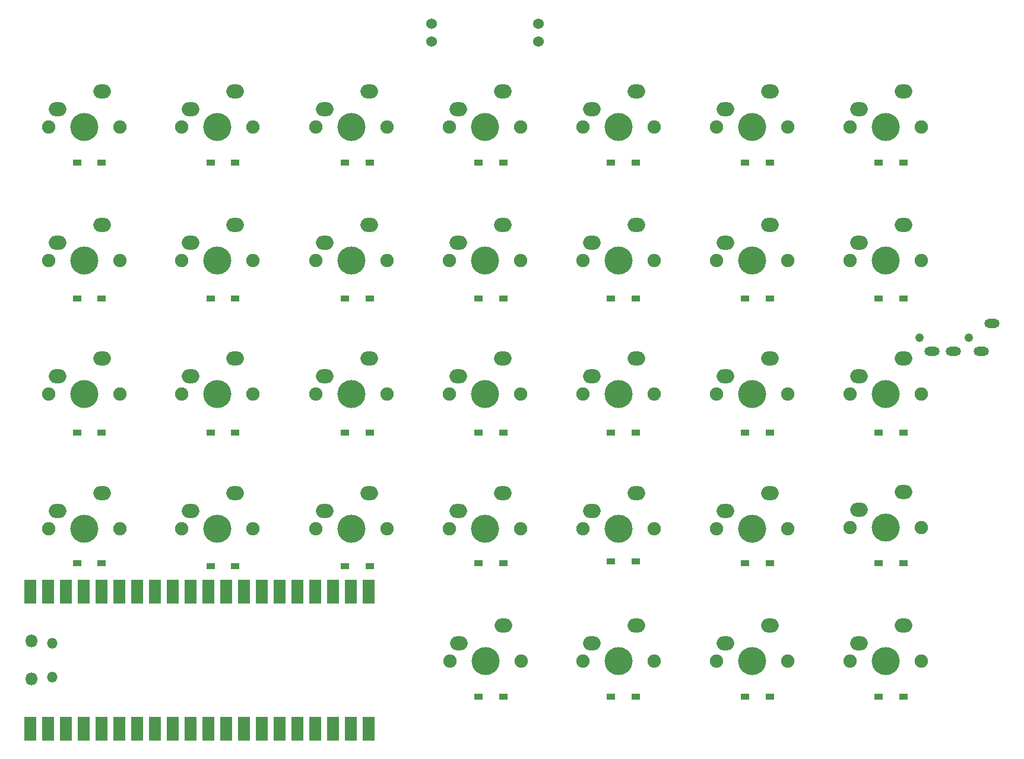
<source format=gbr>
%TF.GenerationSoftware,KiCad,Pcbnew,(7.0.0-0)*%
%TF.CreationDate,2023-03-06T01:51:54+09:00*%
%TF.ProjectId,11111_pcb,31313131-315f-4706-9362-2e6b69636164,rev?*%
%TF.SameCoordinates,Original*%
%TF.FileFunction,Soldermask,Bot*%
%TF.FilePolarity,Negative*%
%FSLAX46Y46*%
G04 Gerber Fmt 4.6, Leading zero omitted, Abs format (unit mm)*
G04 Created by KiCad (PCBNEW (7.0.0-0)) date 2023-03-06 01:51:54*
%MOMM*%
%LPD*%
G01*
G04 APERTURE LIST*
%ADD10C,1.900000*%
%ADD11C,4.000000*%
%ADD12O,2.500000X2.000000*%
%ADD13R,1.300000X0.950000*%
%ADD14C,1.210000*%
%ADD15O,2.200000X1.300000*%
%ADD16C,1.524000*%
%ADD17O,1.800000X1.800000*%
%ADD18O,1.500000X1.500000*%
%ADD19R,1.700000X3.500000*%
G04 APERTURE END LIST*
D10*
%TO.C,SW46*%
X90805000Y-95310000D03*
D11*
X95885000Y-95310000D03*
D10*
X100965000Y-95310000D03*
D12*
X92074999Y-92769999D03*
X98424999Y-90229999D03*
%TD*%
D13*
%TO.C,D33*%
X113879999Y-81589999D03*
X117429999Y-81589999D03*
%TD*%
%TO.C,D43*%
X37689999Y-100269999D03*
X41239999Y-100269999D03*
%TD*%
%TO.C,D60*%
X152024999Y-119339999D03*
X155574999Y-119339999D03*
%TD*%
%TO.C,D18*%
X94939999Y-62459999D03*
X98489999Y-62459999D03*
%TD*%
%TO.C,D16*%
X56739999Y-62459999D03*
X60289999Y-62459999D03*
%TD*%
%TO.C,D6*%
X132949999Y-43139999D03*
X136499999Y-43139999D03*
%TD*%
%TO.C,D17*%
X75889999Y-62459999D03*
X79439999Y-62459999D03*
%TD*%
D14*
%TO.C,J1*%
X157880000Y-68040000D03*
X164880000Y-68040000D03*
D15*
X168179999Y-66039999D03*
X159679999Y-70039999D03*
X162679999Y-70039999D03*
X166679999Y-70039999D03*
%TD*%
D13*
%TO.C,D21*%
X152024999Y-62459999D03*
X155574999Y-62459999D03*
%TD*%
D16*
%TO.C,REF\u002A\u002A*%
X88300000Y-23260000D03*
X88300000Y-25800000D03*
X103540000Y-23260000D03*
X103540000Y-25800000D03*
%TD*%
D10*
%TO.C,SW34*%
X128905000Y-76140000D03*
D11*
X133985000Y-76140000D03*
D10*
X139065000Y-76140000D03*
D12*
X130174999Y-73599999D03*
X136524999Y-71059999D03*
%TD*%
D10*
%TO.C,SW15*%
X33655000Y-57090000D03*
D11*
X38735000Y-57090000D03*
D10*
X43815000Y-57090000D03*
D12*
X34924999Y-54549999D03*
X41274999Y-52009999D03*
%TD*%
D10*
%TO.C,SW45*%
X71755000Y-95310000D03*
D11*
X76835000Y-95310000D03*
D10*
X81915000Y-95310000D03*
D12*
X73024999Y-92769999D03*
X79374999Y-90229999D03*
%TD*%
D10*
%TO.C,SW57*%
X90865000Y-114240000D03*
D11*
X95945000Y-114240000D03*
D10*
X101025000Y-114240000D03*
D12*
X92134999Y-111699999D03*
X98484999Y-109159999D03*
%TD*%
D10*
%TO.C,SW1*%
X33655000Y-38040000D03*
D11*
X38735000Y-38040000D03*
D10*
X43815000Y-38040000D03*
D12*
X34924999Y-35499999D03*
X41274999Y-32959999D03*
%TD*%
D10*
%TO.C,SW58*%
X109855000Y-114240000D03*
D11*
X114935000Y-114240000D03*
D10*
X120015000Y-114240000D03*
D12*
X111124999Y-111699999D03*
X117474999Y-109159999D03*
%TD*%
D10*
%TO.C,SW16*%
X52635000Y-57090000D03*
D11*
X57715000Y-57090000D03*
D10*
X62795000Y-57090000D03*
D12*
X53904999Y-54549999D03*
X60254999Y-52009999D03*
%TD*%
D13*
%TO.C,D58*%
X113879999Y-119339999D03*
X117429999Y-119339999D03*
%TD*%
%TO.C,D32*%
X94939999Y-81589999D03*
X98489999Y-81589999D03*
%TD*%
D10*
%TO.C,SW19*%
X109855000Y-57090000D03*
D11*
X114935000Y-57090000D03*
D10*
X120015000Y-57090000D03*
D12*
X111124999Y-54549999D03*
X117474999Y-52009999D03*
%TD*%
D13*
%TO.C,D35*%
X152024999Y-81589999D03*
X155574999Y-81589999D03*
%TD*%
%TO.C,D46*%
X94939999Y-100269999D03*
X98489999Y-100269999D03*
%TD*%
%TO.C,D34*%
X132949999Y-81589999D03*
X136499999Y-81589999D03*
%TD*%
D10*
%TO.C,SW43*%
X33655000Y-95310000D03*
D11*
X38735000Y-95310000D03*
D10*
X43815000Y-95310000D03*
D12*
X34924999Y-92769999D03*
X41274999Y-90229999D03*
%TD*%
D10*
%TO.C,SW47*%
X109855000Y-95310000D03*
D11*
X114935000Y-95310000D03*
D10*
X120015000Y-95310000D03*
D12*
X111124999Y-92769999D03*
X117474999Y-90229999D03*
%TD*%
D13*
%TO.C,D2*%
X56739999Y-43139999D03*
X60289999Y-43139999D03*
%TD*%
D10*
%TO.C,SW35*%
X147955000Y-76140000D03*
D11*
X153035000Y-76140000D03*
D10*
X158115000Y-76140000D03*
D12*
X149224999Y-73599999D03*
X155574999Y-71059999D03*
%TD*%
D13*
%TO.C,D31*%
X75889999Y-81589999D03*
X79439999Y-81589999D03*
%TD*%
D10*
%TO.C,SW30*%
X52635000Y-76140000D03*
D11*
X57715000Y-76140000D03*
D10*
X62795000Y-76140000D03*
D12*
X53904999Y-73599999D03*
X60254999Y-71059999D03*
%TD*%
D13*
%TO.C,D59*%
X132949999Y-119339999D03*
X136499999Y-119339999D03*
%TD*%
D10*
%TO.C,SW33*%
X109855000Y-76140000D03*
D11*
X114935000Y-76140000D03*
D10*
X120015000Y-76140000D03*
D12*
X111124999Y-73599999D03*
X117474999Y-71059999D03*
%TD*%
D13*
%TO.C,D5*%
X113879999Y-43139999D03*
X117429999Y-43139999D03*
%TD*%
%TO.C,D4*%
X94939999Y-43139999D03*
X98489999Y-43139999D03*
%TD*%
%TO.C,D7*%
X152024999Y-43139999D03*
X155574999Y-43139999D03*
%TD*%
D10*
%TO.C,SW6*%
X128905000Y-38040000D03*
D11*
X133985000Y-38040000D03*
D10*
X139065000Y-38040000D03*
D12*
X130174999Y-35499999D03*
X136524999Y-32959999D03*
%TD*%
D10*
%TO.C,SW44*%
X52635000Y-95310000D03*
D11*
X57715000Y-95310000D03*
D10*
X62795000Y-95310000D03*
D12*
X53904999Y-92769999D03*
X60254999Y-90229999D03*
%TD*%
D13*
%TO.C,D57*%
X94939999Y-119339999D03*
X98489999Y-119339999D03*
%TD*%
%TO.C,D44*%
X56739999Y-100669999D03*
X60289999Y-100669999D03*
%TD*%
%TO.C,D20*%
X132949999Y-62459999D03*
X136499999Y-62459999D03*
%TD*%
D10*
%TO.C,SW49*%
X147955000Y-95190000D03*
D11*
X153035000Y-95190000D03*
D10*
X158115000Y-95190000D03*
D12*
X149224999Y-92649999D03*
X155574999Y-90109999D03*
%TD*%
D10*
%TO.C,SW21*%
X147955000Y-57090000D03*
D11*
X153035000Y-57090000D03*
D10*
X158115000Y-57090000D03*
D12*
X149224999Y-54549999D03*
X155574999Y-52009999D03*
%TD*%
D13*
%TO.C,D30*%
X56739999Y-81589999D03*
X60289999Y-81589999D03*
%TD*%
%TO.C,D49*%
X152024999Y-100269999D03*
X155574999Y-100269999D03*
%TD*%
D10*
%TO.C,SW29*%
X33655000Y-76140000D03*
D11*
X38735000Y-76140000D03*
D10*
X43815000Y-76140000D03*
D12*
X34924999Y-73599999D03*
X41274999Y-71059999D03*
%TD*%
D10*
%TO.C,SW4*%
X90805000Y-38040000D03*
D11*
X95885000Y-38040000D03*
D10*
X100965000Y-38040000D03*
D12*
X92074999Y-35499999D03*
X98424999Y-32959999D03*
%TD*%
D13*
%TO.C,D45*%
X75889999Y-100669999D03*
X79439999Y-100669999D03*
%TD*%
%TO.C,D19*%
X113879999Y-62459999D03*
X117429999Y-62459999D03*
%TD*%
D10*
%TO.C,SW59*%
X128905000Y-114240000D03*
D11*
X133985000Y-114240000D03*
D10*
X139065000Y-114240000D03*
D12*
X130174999Y-111699999D03*
X136524999Y-109159999D03*
%TD*%
D10*
%TO.C,SW20*%
X128905000Y-57090000D03*
D11*
X133985000Y-57090000D03*
D10*
X139065000Y-57090000D03*
D12*
X130174999Y-54549999D03*
X136524999Y-52009999D03*
%TD*%
D10*
%TO.C,SW32*%
X90805000Y-76140000D03*
D11*
X95885000Y-76140000D03*
D10*
X100965000Y-76140000D03*
D12*
X92074999Y-73599999D03*
X98424999Y-71059999D03*
%TD*%
D10*
%TO.C,SW2*%
X52635000Y-38040000D03*
D11*
X57715000Y-38040000D03*
D10*
X62795000Y-38040000D03*
D12*
X53904999Y-35499999D03*
X60254999Y-32959999D03*
%TD*%
D10*
%TO.C,SW3*%
X71755000Y-38040000D03*
D11*
X76835000Y-38040000D03*
D10*
X81915000Y-38040000D03*
D12*
X73024999Y-35499999D03*
X79374999Y-32959999D03*
%TD*%
D10*
%TO.C,SW7*%
X147955000Y-38040000D03*
D11*
X153035000Y-38040000D03*
D10*
X158115000Y-38040000D03*
D12*
X149224999Y-35499999D03*
X155574999Y-32959999D03*
%TD*%
D10*
%TO.C,SW17*%
X71755000Y-57090000D03*
D11*
X76835000Y-57090000D03*
D10*
X81915000Y-57090000D03*
D12*
X73024999Y-54549999D03*
X79374999Y-52009999D03*
%TD*%
D13*
%TO.C,D3*%
X75889999Y-43139999D03*
X79439999Y-43139999D03*
%TD*%
D10*
%TO.C,SW48*%
X128905000Y-95310000D03*
D11*
X133985000Y-95310000D03*
D10*
X139065000Y-95310000D03*
D12*
X130174999Y-92769999D03*
X136524999Y-90229999D03*
%TD*%
D13*
%TO.C,D48*%
X132949999Y-100269999D03*
X136499999Y-100269999D03*
%TD*%
D10*
%TO.C,SW60*%
X147955000Y-114240000D03*
D11*
X153035000Y-114240000D03*
D10*
X158115000Y-114240000D03*
D12*
X149224999Y-111699999D03*
X155574999Y-109159999D03*
%TD*%
D10*
%TO.C,SW18*%
X90805000Y-57090000D03*
D11*
X95885000Y-57090000D03*
D10*
X100965000Y-57090000D03*
D12*
X92074999Y-54549999D03*
X98424999Y-52009999D03*
%TD*%
D13*
%TO.C,D47*%
X113879999Y-100019999D03*
X117429999Y-100019999D03*
%TD*%
%TO.C,D29*%
X37689999Y-81589999D03*
X41239999Y-81589999D03*
%TD*%
D10*
%TO.C,SW31*%
X71755000Y-76140000D03*
D11*
X76835000Y-76140000D03*
D10*
X81915000Y-76140000D03*
D12*
X73024999Y-73599999D03*
X79374999Y-71059999D03*
%TD*%
D13*
%TO.C,D15*%
X37689999Y-62459999D03*
X41239999Y-62459999D03*
%TD*%
%TO.C,D1*%
X37689999Y-43139999D03*
X41239999Y-43139999D03*
%TD*%
D10*
%TO.C,SW5*%
X109855000Y-38040000D03*
D11*
X114935000Y-38040000D03*
D10*
X120015000Y-38040000D03*
D12*
X111124999Y-35499999D03*
X117474999Y-32959999D03*
%TD*%
D17*
%TO.C,U1*%
X31179999Y-111349999D03*
D18*
X34209999Y-111649999D03*
X34209999Y-116499999D03*
D17*
X31179999Y-116799999D03*
D19*
X31049999Y-104284999D03*
X33589999Y-104284999D03*
X36129999Y-104284999D03*
X38669999Y-104284999D03*
X41209999Y-104284999D03*
X43749999Y-104284999D03*
X46289999Y-104284999D03*
X48829999Y-104284999D03*
X51369999Y-104284999D03*
X53909999Y-104284999D03*
X56449999Y-104284999D03*
X58989999Y-104284999D03*
X61529999Y-104284999D03*
X64069999Y-104284999D03*
X66609999Y-104284999D03*
X69149999Y-104284999D03*
X71689999Y-104284999D03*
X74229999Y-104284999D03*
X76769999Y-104284999D03*
X79309999Y-104284999D03*
X79309999Y-123864999D03*
X76769999Y-123864999D03*
X74229999Y-123864999D03*
X71689999Y-123864999D03*
X69149999Y-123864999D03*
X66609999Y-123864999D03*
X64069999Y-123864999D03*
X61529999Y-123864999D03*
X58989999Y-123864999D03*
X56449999Y-123864999D03*
X53909999Y-123864999D03*
X51369999Y-123864999D03*
X48829999Y-123864999D03*
X46289999Y-123864999D03*
X43749999Y-123864999D03*
X41209999Y-123864999D03*
X38669999Y-123864999D03*
X36129999Y-123864999D03*
X33589999Y-123864999D03*
X31049999Y-123864999D03*
%TD*%
M02*

</source>
